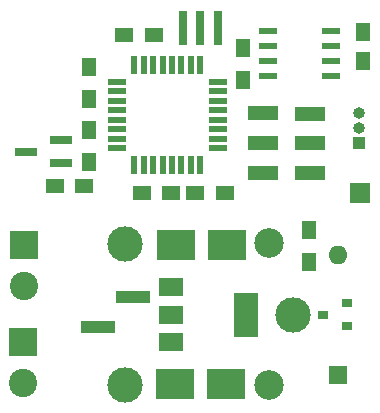
<source format=gbs>
G04 #@! TF.GenerationSoftware,KiCad,Pcbnew,no-vcs-found-feba091~58~ubuntu16.04.1*
G04 #@! TF.CreationDate,2017-03-27T19:49:03+03:00*
G04 #@! TF.ProjectId,led_strip_actuator_node,6C65645F73747269705F616374756174,rev?*
G04 #@! TF.FileFunction,Soldermask,Bot*
G04 #@! TF.FilePolarity,Negative*
%FSLAX46Y46*%
G04 Gerber Fmt 4.6, Leading zero omitted, Abs format (unit mm)*
G04 Created by KiCad (PCBNEW no-vcs-found-feba091~58~ubuntu16.04.1) date Mon Mar 27 19:49:03 2017*
%MOMM*%
%LPD*%
G01*
G04 APERTURE LIST*
%ADD10C,0.100000*%
%ADD11R,3.000000X1.000000*%
%ADD12R,1.500000X1.250000*%
%ADD13R,1.250000X1.500000*%
%ADD14R,3.200000X2.500000*%
%ADD15R,2.500000X1.270000*%
%ADD16O,1.600000X1.600000*%
%ADD17R,1.600000X1.600000*%
%ADD18R,1.600000X0.550000*%
%ADD19R,0.550000X1.600000*%
%ADD20R,1.700000X1.700000*%
%ADD21R,0.900000X0.800000*%
%ADD22R,1.300000X1.500000*%
%ADD23C,2.500000*%
%ADD24C,3.000000*%
%ADD25R,1.550000X0.600000*%
%ADD26R,1.900000X0.800000*%
%ADD27R,2.000000X1.500000*%
%ADD28R,2.000000X3.800000*%
%ADD29R,2.400000X2.400000*%
%ADD30C,2.400000*%
%ADD31R,0.800000X3.000000*%
%ADD32O,1.000000X1.000000*%
%ADD33R,1.000000X1.000000*%
G04 APERTURE END LIST*
D10*
D11*
X123600000Y-84770000D03*
X126600000Y-82230000D03*
D12*
X134350000Y-73400000D03*
X131850000Y-73400000D03*
X128350000Y-60000000D03*
X125850000Y-60000000D03*
X129850000Y-73400000D03*
X127350000Y-73400000D03*
D13*
X146100000Y-62250000D03*
X146100000Y-59750000D03*
D12*
X119950000Y-72800000D03*
X122450000Y-72800000D03*
D14*
X130250000Y-77800000D03*
X134550000Y-77800000D03*
X134450000Y-89600000D03*
X130150000Y-89600000D03*
D15*
X141600000Y-66700000D03*
X141600000Y-69200000D03*
X141600000Y-71740000D03*
X137600000Y-71740000D03*
X137600000Y-69200000D03*
X137600000Y-66660000D03*
D16*
X143940000Y-78640000D03*
D17*
X143940000Y-88800000D03*
D18*
X125250000Y-64000000D03*
X125250000Y-64800000D03*
X125250000Y-65600000D03*
X125250000Y-66400000D03*
X125250000Y-67200000D03*
X125250000Y-68000000D03*
X125250000Y-68800000D03*
X125250000Y-69600000D03*
D19*
X126700000Y-71050000D03*
X127500000Y-71050000D03*
X128300000Y-71050000D03*
X129100000Y-71050000D03*
X129900000Y-71050000D03*
X130700000Y-71050000D03*
X131500000Y-71050000D03*
X132300000Y-71050000D03*
D18*
X133750000Y-69600000D03*
X133750000Y-68800000D03*
X133750000Y-68000000D03*
X133750000Y-67200000D03*
X133750000Y-66400000D03*
X133750000Y-65600000D03*
X133750000Y-64800000D03*
X133750000Y-64000000D03*
D19*
X132300000Y-62550000D03*
X131500000Y-62550000D03*
X130700000Y-62550000D03*
X129900000Y-62550000D03*
X129100000Y-62550000D03*
X128300000Y-62550000D03*
X127500000Y-62550000D03*
X126700000Y-62550000D03*
D20*
X145800000Y-73400000D03*
D21*
X142700000Y-83700000D03*
X144700000Y-84650000D03*
X144700000Y-82750000D03*
D22*
X135900000Y-63850000D03*
X135900000Y-61150000D03*
X141500000Y-76550000D03*
X141500000Y-79250000D03*
X122900000Y-65450000D03*
X122900000Y-62750000D03*
X122900000Y-70750000D03*
X122900000Y-68050000D03*
D23*
X138150000Y-77650000D03*
X138150000Y-89650000D03*
D24*
X140100000Y-83700000D03*
X125900000Y-77700000D03*
X125900000Y-89700000D03*
D25*
X143400000Y-63505000D03*
X143400000Y-62235000D03*
X143400000Y-60965000D03*
X143400000Y-59695000D03*
X138000000Y-59695000D03*
X138000000Y-60965000D03*
X138000000Y-62235000D03*
X138000000Y-63505000D03*
D26*
X117500000Y-69900000D03*
X120500000Y-70850000D03*
X120500000Y-68950000D03*
D27*
X129850000Y-86000000D03*
X129850000Y-81400000D03*
X129850000Y-83700000D03*
D28*
X136150000Y-83700000D03*
D29*
X117400000Y-77800000D03*
D30*
X117400000Y-81300000D03*
X117300000Y-89500000D03*
D29*
X117300000Y-86000000D03*
D31*
X130800000Y-59400000D03*
X132300000Y-59400000D03*
X133800000Y-59400000D03*
D32*
X145700000Y-66660000D03*
X145700000Y-67930000D03*
D33*
X145700000Y-69200000D03*
M02*

</source>
